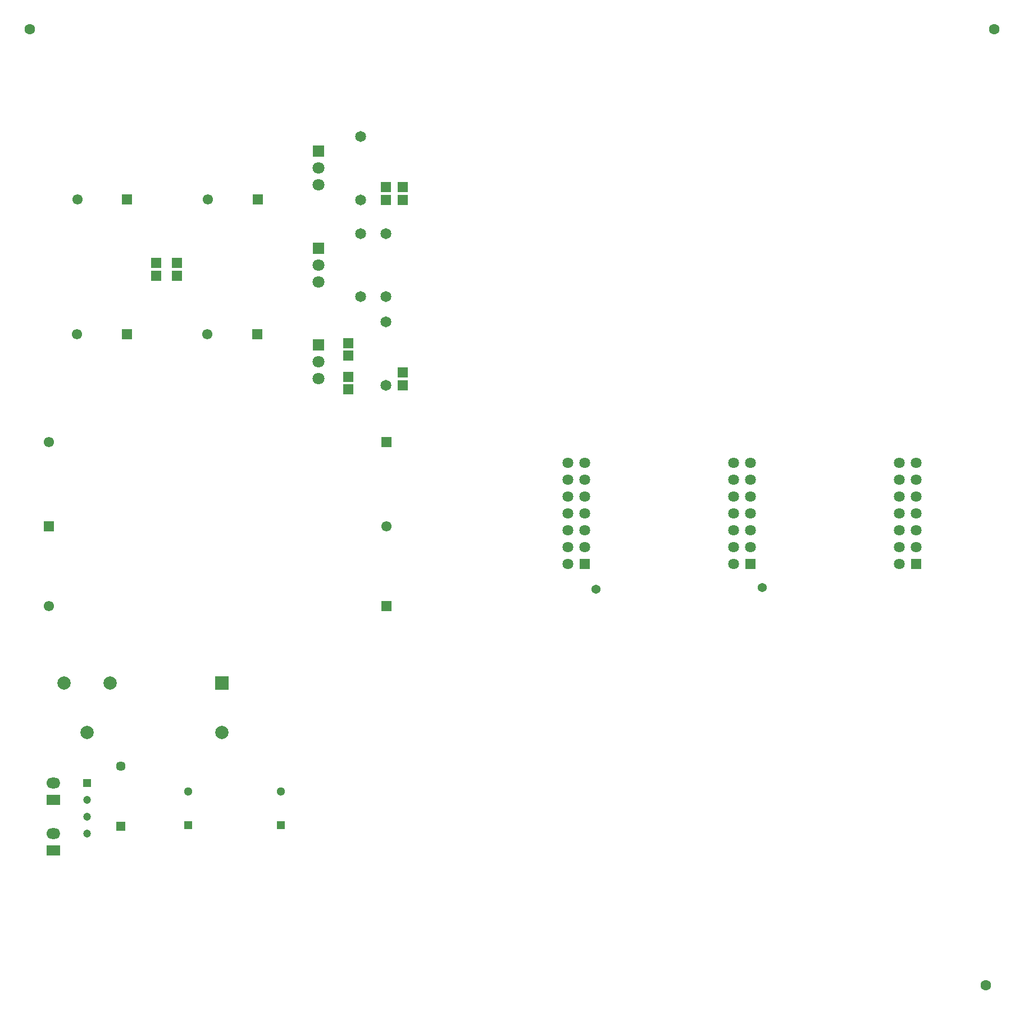
<source format=gts>
G04*
G04 #@! TF.GenerationSoftware,Altium Limited,Altium Designer,20.0.14 (345)*
G04*
G04 Layer_Color=8388736*
%FSLAX25Y25*%
%MOIN*%
G70*
G01*
G75*
%ADD15R,0.06306X0.05912*%
%ADD16C,0.05118*%
%ADD17R,0.05118X0.05118*%
%ADD18C,0.06102*%
%ADD19R,0.06102X0.06102*%
%ADD20C,0.06502*%
%ADD21C,0.07874*%
%ADD22R,0.07874X0.07874*%
%ADD23C,0.05715*%
%ADD24R,0.05715X0.05715*%
%ADD25C,0.04724*%
%ADD26R,0.04724X0.04724*%
%ADD27C,0.06424*%
%ADD28R,0.06424X0.06424*%
%ADD29R,0.08274X0.06337*%
%ADD30O,0.08274X0.06337*%
%ADD31C,0.07093*%
%ADD32R,0.07093X0.07093*%
%ADD33C,0.05400*%
%ADD34C,0.06306*%
D15*
X82500Y443740D02*
D03*
Y436260D02*
D03*
X95000Y443740D02*
D03*
Y436260D02*
D03*
X229000Y481260D02*
D03*
Y488740D02*
D03*
X219000Y481260D02*
D03*
Y488740D02*
D03*
X229000Y371260D02*
D03*
Y378740D02*
D03*
X196500Y396240D02*
D03*
Y388760D02*
D03*
Y368760D02*
D03*
Y376240D02*
D03*
D16*
X156500Y130000D02*
D03*
X101500D02*
D03*
D17*
X156500Y110315D02*
D03*
X101500D02*
D03*
D18*
X113016Y401614D02*
D03*
X113252Y481614D02*
D03*
X35516Y401614D02*
D03*
X35752Y481614D02*
D03*
X18953Y240000D02*
D03*
X219047Y287500D02*
D03*
X18953Y337500D02*
D03*
D19*
X142543Y401614D02*
D03*
X142780Y481614D02*
D03*
X65043Y401614D02*
D03*
X65280Y481614D02*
D03*
X219047Y240000D02*
D03*
X18953Y287500D02*
D03*
X219047Y337500D02*
D03*
D20*
X204000Y518780D02*
D03*
Y481220D02*
D03*
X219000Y408779D02*
D03*
Y371220D02*
D03*
Y461279D02*
D03*
Y423721D02*
D03*
X204000D02*
D03*
Y461279D02*
D03*
D21*
X27799Y194528D02*
D03*
X55358D02*
D03*
X41579Y165000D02*
D03*
X121500D02*
D03*
D22*
Y194528D02*
D03*
D23*
X61500Y145000D02*
D03*
D24*
Y109567D02*
D03*
D25*
X41500Y105000D02*
D03*
Y115000D02*
D03*
Y125000D02*
D03*
D26*
Y135000D02*
D03*
D27*
X533622Y325276D02*
D03*
Y315276D02*
D03*
Y305276D02*
D03*
Y275276D02*
D03*
Y285276D02*
D03*
Y295276D02*
D03*
X523622Y325276D02*
D03*
Y315276D02*
D03*
Y305276D02*
D03*
Y265276D02*
D03*
Y275276D02*
D03*
Y285276D02*
D03*
Y295276D02*
D03*
X435197Y325276D02*
D03*
Y315276D02*
D03*
Y305276D02*
D03*
Y275276D02*
D03*
Y285276D02*
D03*
Y295276D02*
D03*
X425197Y325276D02*
D03*
Y315276D02*
D03*
Y305276D02*
D03*
Y265276D02*
D03*
Y275276D02*
D03*
Y285276D02*
D03*
Y295276D02*
D03*
X336772Y325276D02*
D03*
Y315276D02*
D03*
Y305276D02*
D03*
Y275276D02*
D03*
Y285276D02*
D03*
Y295276D02*
D03*
X326772Y325276D02*
D03*
Y315276D02*
D03*
Y305276D02*
D03*
Y265276D02*
D03*
Y275276D02*
D03*
Y285276D02*
D03*
Y295276D02*
D03*
D28*
X533622Y265276D02*
D03*
X435197D02*
D03*
X336772D02*
D03*
D29*
X21500Y125000D02*
D03*
Y95000D02*
D03*
D30*
Y135000D02*
D03*
Y105000D02*
D03*
D31*
X179000Y375000D02*
D03*
Y385000D02*
D03*
Y432500D02*
D03*
Y442500D02*
D03*
Y490000D02*
D03*
Y500000D02*
D03*
D32*
Y395000D02*
D03*
Y452500D02*
D03*
Y510000D02*
D03*
D33*
X442126Y251063D02*
D03*
X343583Y250276D02*
D03*
D34*
X575000Y15000D02*
D03*
X580000Y582500D02*
D03*
X7500D02*
D03*
M02*

</source>
